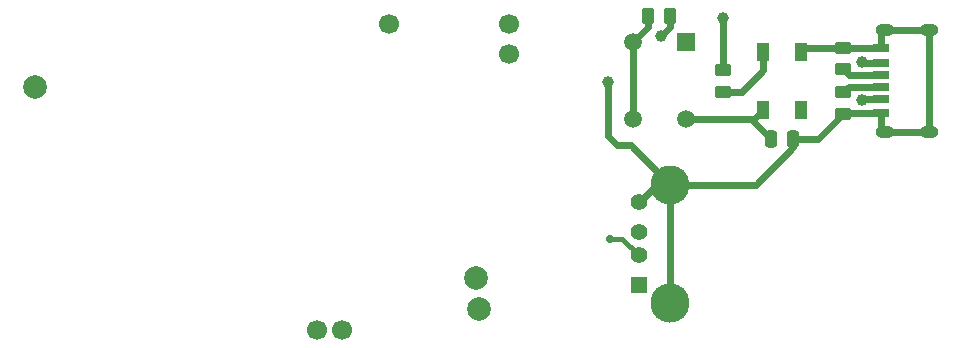
<source format=gtl>
G04 #@! TF.GenerationSoftware,KiCad,Pcbnew,9.0.2*
G04 #@! TF.CreationDate,2025-06-21T10:43:41+02:00*
G04 #@! TF.ProjectId,conndom,636f6e6e-646f-46d2-9e6b-696361645f70,0.2*
G04 #@! TF.SameCoordinates,Original*
G04 #@! TF.FileFunction,Copper,L1,Top*
G04 #@! TF.FilePolarity,Positive*
%FSLAX46Y46*%
G04 Gerber Fmt 4.6, Leading zero omitted, Abs format (unit mm)*
G04 Created by KiCad (PCBNEW 9.0.2) date 2025-06-21 10:43:41*
%MOMM*%
%LPD*%
G01*
G04 APERTURE LIST*
G04 Aperture macros list*
%AMRoundRect*
0 Rectangle with rounded corners*
0 $1 Rounding radius*
0 $2 $3 $4 $5 $6 $7 $8 $9 X,Y pos of 4 corners*
0 Add a 4 corners polygon primitive as box body*
4,1,4,$2,$3,$4,$5,$6,$7,$8,$9,$2,$3,0*
0 Add four circle primitives for the rounded corners*
1,1,$1+$1,$2,$3*
1,1,$1+$1,$4,$5*
1,1,$1+$1,$6,$7*
1,1,$1+$1,$8,$9*
0 Add four rect primitives between the rounded corners*
20,1,$1+$1,$2,$3,$4,$5,0*
20,1,$1+$1,$4,$5,$6,$7,0*
20,1,$1+$1,$6,$7,$8,$9,0*
20,1,$1+$1,$8,$9,$2,$3,0*%
G04 Aperture macros list end*
G04 #@! TA.AperFunction,SMDPad,CuDef*
%ADD10RoundRect,0.250000X0.450000X-0.262500X0.450000X0.262500X-0.450000X0.262500X-0.450000X-0.262500X0*%
G04 #@! TD*
G04 #@! TA.AperFunction,SMDPad,CuDef*
%ADD11RoundRect,0.250000X0.262500X0.450000X-0.262500X0.450000X-0.262500X-0.450000X0.262500X-0.450000X0*%
G04 #@! TD*
G04 #@! TA.AperFunction,ComponentPad*
%ADD12R,1.408000X1.408000*%
G04 #@! TD*
G04 #@! TA.AperFunction,ComponentPad*
%ADD13C,1.408000*%
G04 #@! TD*
G04 #@! TA.AperFunction,ComponentPad*
%ADD14C,3.316000*%
G04 #@! TD*
G04 #@! TA.AperFunction,ComponentPad*
%ADD15C,1.700000*%
G04 #@! TD*
G04 #@! TA.AperFunction,ComponentPad*
%ADD16C,2.000000*%
G04 #@! TD*
G04 #@! TA.AperFunction,SMDPad,CuDef*
%ADD17R,1.400000X0.700000*%
G04 #@! TD*
G04 #@! TA.AperFunction,SMDPad,CuDef*
%ADD18R,1.400000X0.760000*%
G04 #@! TD*
G04 #@! TA.AperFunction,SMDPad,CuDef*
%ADD19R,1.400000X0.800000*%
G04 #@! TD*
G04 #@! TA.AperFunction,ComponentPad*
%ADD20O,1.600000X1.000000*%
G04 #@! TD*
G04 #@! TA.AperFunction,SMDPad,CuDef*
%ADD21RoundRect,0.250000X0.250000X0.475000X-0.250000X0.475000X-0.250000X-0.475000X0.250000X-0.475000X0*%
G04 #@! TD*
G04 #@! TA.AperFunction,SMDPad,CuDef*
%ADD22RoundRect,0.250000X-0.450000X0.262500X-0.450000X-0.262500X0.450000X-0.262500X0.450000X0.262500X0*%
G04 #@! TD*
G04 #@! TA.AperFunction,ComponentPad*
%ADD23R,1.508000X1.508000*%
G04 #@! TD*
G04 #@! TA.AperFunction,ComponentPad*
%ADD24C,1.508000*%
G04 #@! TD*
G04 #@! TA.AperFunction,SMDPad,CuDef*
%ADD25R,1.000000X1.500000*%
G04 #@! TD*
G04 #@! TA.AperFunction,ViaPad*
%ADD26C,1.000000*%
G04 #@! TD*
G04 #@! TA.AperFunction,ViaPad*
%ADD27C,0.700000*%
G04 #@! TD*
G04 #@! TA.AperFunction,Conductor*
%ADD28C,0.600000*%
G04 #@! TD*
G04 #@! TA.AperFunction,Conductor*
%ADD29C,0.400000*%
G04 #@! TD*
G04 APERTURE END LIST*
D10*
X176900000Y-86025000D03*
X176900000Y-84200000D03*
D11*
X162212500Y-81550000D03*
X160387500Y-81550000D03*
D12*
X159600000Y-104300000D03*
D13*
X159600000Y-101800000D03*
X159600000Y-99800000D03*
X159600000Y-97300000D03*
D14*
X162270000Y-105800000D03*
X162270000Y-95800000D03*
D15*
X134450000Y-108080000D03*
X148630000Y-84770000D03*
D16*
X108450000Y-87560000D03*
D17*
X180110000Y-87500000D03*
D18*
X180110000Y-85480000D03*
D19*
X180110000Y-84250000D03*
D17*
X180110000Y-86500000D03*
D18*
X180110000Y-88520000D03*
D19*
X180110000Y-89750000D03*
D20*
X180400000Y-91320000D03*
X184200000Y-91320000D03*
X180400000Y-82680000D03*
X184200000Y-82680000D03*
D15*
X138470000Y-82230000D03*
D16*
X146100000Y-106310000D03*
D15*
X148630000Y-82230000D03*
D21*
X172650000Y-91900000D03*
X170750000Y-91900000D03*
D16*
X145790000Y-103700000D03*
D22*
X176900000Y-87975000D03*
X176900000Y-89800000D03*
D23*
X163600000Y-83750000D03*
D24*
X163600000Y-90250000D03*
X159100000Y-83750000D03*
X159100000Y-90250000D03*
D15*
X132320000Y-108080000D03*
D22*
X166750000Y-86125000D03*
X166750000Y-87950000D03*
D25*
X173344500Y-84550000D03*
X170144500Y-84550000D03*
X170144500Y-89450000D03*
X173344500Y-89450000D03*
D26*
X161450000Y-83250000D03*
X157000000Y-87100000D03*
X178500000Y-88600000D03*
X178500000Y-85400000D03*
D27*
X157150000Y-100400000D03*
D26*
X166750000Y-81700000D03*
D28*
X176900000Y-84200000D02*
X173694500Y-84200000D01*
X172650000Y-91900000D02*
X172650000Y-92650000D01*
X162270000Y-95800000D02*
X161100000Y-95800000D01*
X162250000Y-82450000D02*
X162250000Y-81587500D01*
X180110000Y-89750000D02*
X176950000Y-89750000D01*
X157750000Y-92450000D02*
X158920000Y-92450000D01*
X180110000Y-82970000D02*
X180400000Y-82680000D01*
X184200000Y-82680000D02*
X184200000Y-91320000D01*
X173694500Y-84200000D02*
X173344500Y-84550000D01*
X180110000Y-84250000D02*
X180110000Y-82970000D01*
X180110000Y-91030000D02*
X180400000Y-91320000D01*
X176950000Y-89750000D02*
X176900000Y-89800000D01*
X157000000Y-87100000D02*
X157000000Y-91700000D01*
X172650000Y-92650000D02*
X169500000Y-95800000D01*
X157000000Y-91700000D02*
X157750000Y-92450000D01*
X176950000Y-84250000D02*
X176900000Y-84200000D01*
X158920000Y-92450000D02*
X162270000Y-95800000D01*
X176900000Y-89800000D02*
X174800000Y-91900000D01*
X180400000Y-82680000D02*
X184200000Y-82680000D01*
X180110000Y-89750000D02*
X180110000Y-91030000D01*
X162250000Y-81587500D02*
X162212500Y-81550000D01*
X180110000Y-84250000D02*
X176950000Y-84250000D01*
X169500000Y-95800000D02*
X162270000Y-95800000D01*
X161450000Y-83250000D02*
X162250000Y-82450000D01*
X180400000Y-91320000D02*
X184200000Y-91320000D01*
X161100000Y-95800000D02*
X159600000Y-97300000D01*
X174800000Y-91900000D02*
X172650000Y-91900000D01*
X162270000Y-95800000D02*
X162270000Y-105800000D01*
X169344500Y-90250000D02*
X170144500Y-89450000D01*
X163600000Y-90250000D02*
X169344500Y-90250000D01*
X169344500Y-90494500D02*
X169344500Y-90250000D01*
X170750000Y-91900000D02*
X169344500Y-90494500D01*
X170144500Y-86105500D02*
X168300000Y-87950000D01*
X170144500Y-84550000D02*
X170144500Y-86105500D01*
X168300000Y-87950000D02*
X166750000Y-87950000D01*
X176900000Y-86025000D02*
X177375000Y-86500000D01*
X177375000Y-86500000D02*
X180110000Y-86500000D01*
X180110000Y-88520000D02*
X178580000Y-88520000D01*
X178580000Y-85480000D02*
X178500000Y-85400000D01*
X178580000Y-88520000D02*
X178500000Y-88600000D01*
X180110000Y-85480000D02*
X178580000Y-85480000D01*
X177375000Y-87500000D02*
X180110000Y-87500000D01*
X176900000Y-87975000D02*
X177375000Y-87500000D01*
D29*
X157150000Y-100400000D02*
X158200000Y-100400000D01*
X158200000Y-100400000D02*
X159600000Y-101800000D01*
D28*
X160387500Y-81550000D02*
X160387500Y-82462500D01*
X159100000Y-83750000D02*
X159100000Y-90250000D01*
X160387500Y-82462500D02*
X159100000Y-83750000D01*
D29*
X166725000Y-86150000D02*
X166750000Y-86125000D01*
D28*
X166750000Y-86125000D02*
X166750000Y-81700000D01*
M02*

</source>
